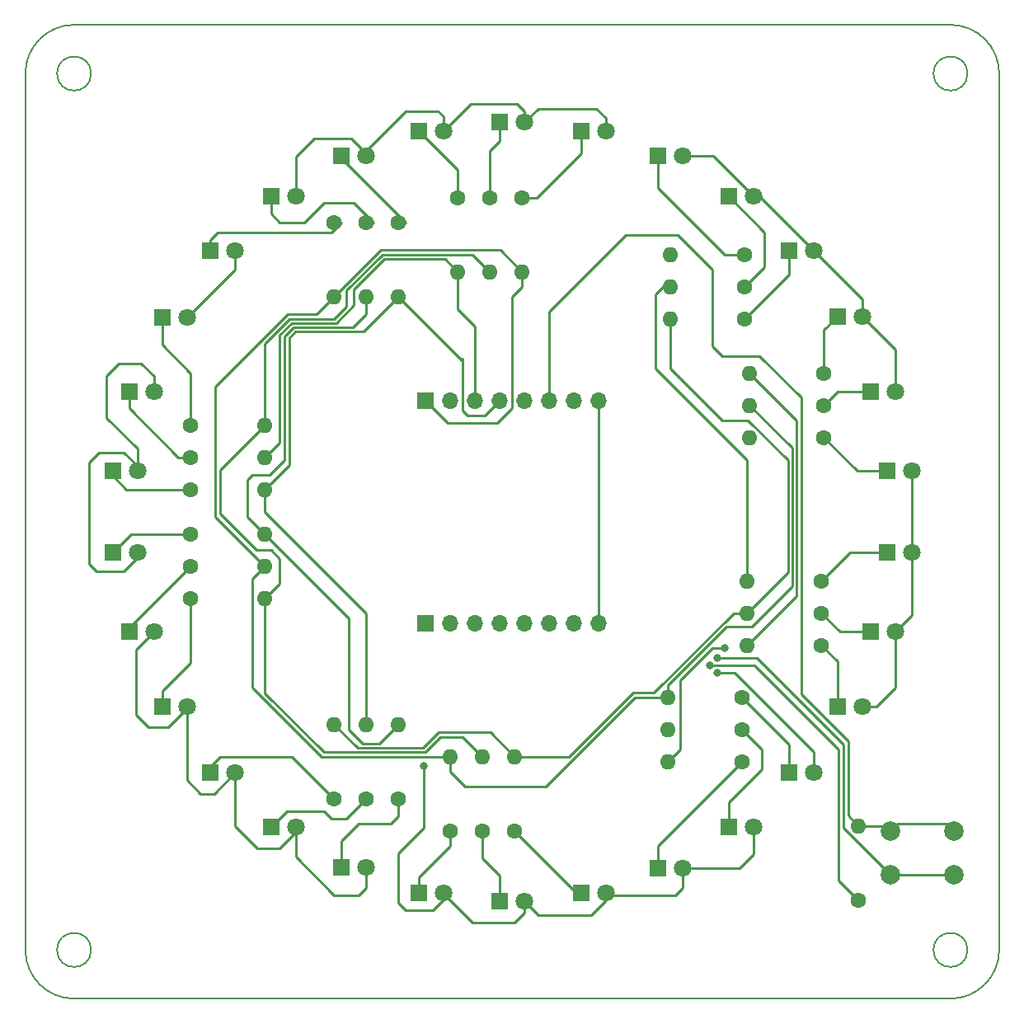
<source format=gbr>
%TF.GenerationSoftware,KiCad,Pcbnew,6.0.2+dfsg-1*%
%TF.CreationDate,2024-09-01T22:19:58+09:00*%
%TF.ProjectId,roulette,726f756c-6574-4746-952e-6b696361645f,A*%
%TF.SameCoordinates,Original*%
%TF.FileFunction,Copper,L2,Bot*%
%TF.FilePolarity,Positive*%
%FSLAX46Y46*%
G04 Gerber Fmt 4.6, Leading zero omitted, Abs format (unit mm)*
G04 Created by KiCad (PCBNEW 6.0.2+dfsg-1) date 2024-09-01 22:19:58*
%MOMM*%
%LPD*%
G01*
G04 APERTURE LIST*
%TA.AperFunction,Profile*%
%ADD10C,0.200000*%
%TD*%
%TA.AperFunction,ComponentPad*%
%ADD11C,1.600000*%
%TD*%
%TA.AperFunction,ComponentPad*%
%ADD12O,1.600000X1.600000*%
%TD*%
%TA.AperFunction,ComponentPad*%
%ADD13R,1.800000X1.800000*%
%TD*%
%TA.AperFunction,ComponentPad*%
%ADD14C,1.800000*%
%TD*%
%TA.AperFunction,ComponentPad*%
%ADD15C,2.000000*%
%TD*%
%TA.AperFunction,ComponentPad*%
%ADD16R,1.700000X1.700000*%
%TD*%
%TA.AperFunction,ComponentPad*%
%ADD17O,1.700000X1.700000*%
%TD*%
%TA.AperFunction,ViaPad*%
%ADD18C,0.800000*%
%TD*%
%TA.AperFunction,Conductor*%
%ADD19C,0.250000*%
%TD*%
G04 APERTURE END LIST*
D10*
X83750000Y-56600000D02*
G75*
G03*
X83750000Y-56600000I-1750000J0D01*
G01*
X172000000Y-51600000D02*
X82000000Y-51600000D01*
X82000000Y-51600000D02*
G75*
G03*
X77000000Y-56600000I0J-5000000D01*
G01*
X173750000Y-146600000D02*
G75*
G03*
X173750000Y-146600000I-1750000J0D01*
G01*
X172000000Y-151600000D02*
G75*
G03*
X177000000Y-146600000I0J5000000D01*
G01*
X177000000Y-146600000D02*
X177000000Y-56600000D01*
X83750000Y-146600000D02*
G75*
G03*
X83750000Y-146600000I-1750000J0D01*
G01*
X177000000Y-56600000D02*
G75*
G03*
X172000000Y-51600000I-5000000J0D01*
G01*
X173750000Y-56600000D02*
G75*
G03*
X173750000Y-56600000I-1750000J0D01*
G01*
X77000000Y-146600000D02*
X77000000Y-56600000D01*
X77000000Y-146600000D02*
G75*
G03*
X82000000Y-151600000I5000000J0D01*
G01*
X172000000Y-151600000D02*
X82000000Y-151600000D01*
D11*
%TO.P,R31,1*%
%TO.N,Net-(D30-Pad1)*%
X150876000Y-75184000D03*
D12*
%TO.P,R31,2*%
%TO.N,/efr32xg24_explorer_kit/PB04*%
X143256000Y-75184000D03*
%TD*%
D13*
%TO.P,D11,1,K*%
%TO.N,Net-(D11-Pad1)*%
X87680800Y-113944400D03*
D14*
%TO.P,D11,2,A*%
%TO.N,/efr32xg24_explorer_kit/PC00*%
X90220800Y-113944400D03*
%TD*%
D13*
%TO.P,D4,1,K*%
%TO.N,Net-(D4-Pad1)*%
X109474000Y-65074800D03*
D14*
%TO.P,D4,2,A*%
%TO.N,/efr32xg24_explorer_kit/PB00*%
X112014000Y-65074800D03*
%TD*%
D13*
%TO.P,D10,1,K*%
%TO.N,Net-(D10-Pad1)*%
X85953600Y-105765600D03*
D14*
%TO.P,D10,2,A*%
%TO.N,/efr32xg24_explorer_kit/PC08*%
X88493600Y-105765600D03*
%TD*%
D11*
%TO.P,R14,1*%
%TO.N,Net-(D13-Pad1)*%
X108712000Y-131064000D03*
D12*
%TO.P,R14,2*%
%TO.N,/efr32xg24_explorer_kit/PD05*%
X108712000Y-123444000D03*
%TD*%
D13*
%TO.P,D3,1,K*%
%TO.N,Net-(D3-Pad1)*%
X117398800Y-62484000D03*
D14*
%TO.P,D3,2,A*%
%TO.N,/efr32xg24_explorer_kit/PB00*%
X119938800Y-62484000D03*
%TD*%
D11*
%TO.P,R10,1*%
%TO.N,Net-(D9-Pad1)*%
X93980000Y-99314000D03*
D12*
%TO.P,R10,2*%
%TO.N,/efr32xg24_explorer_kit/PD04*%
X101600000Y-99314000D03*
%TD*%
D13*
%TO.P,D28,1,K*%
%TO.N,Net-(D28-Pad1)*%
X155448000Y-74828400D03*
D14*
%TO.P,D28,2,A*%
%TO.N,/efr32xg24_explorer_kit/PC03*%
X157988000Y-74828400D03*
%TD*%
D11*
%TO.P,R1,1*%
%TO.N,+3V3*%
X162560000Y-141478000D03*
D12*
%TO.P,R1,2*%
%TO.N,/efr32xg24_explorer_kit/PB05*%
X162560000Y-133858000D03*
%TD*%
D11*
%TO.P,R29,1*%
%TO.N,Net-(D28-Pad1)*%
X150876000Y-81788000D03*
D12*
%TO.P,R29,2*%
%TO.N,/efr32xg24_explorer_kit/PD05*%
X143256000Y-81788000D03*
%TD*%
D11*
%TO.P,R9,1*%
%TO.N,Net-(D8-Pad1)*%
X93980000Y-96012000D03*
D12*
%TO.P,R9,2*%
%TO.N,/efr32xg24_explorer_kit/PD05*%
X101600000Y-96012000D03*
%TD*%
D13*
%TO.P,D5,1,K*%
%TO.N,Net-(D5-Pad1)*%
X102209600Y-69240400D03*
D14*
%TO.P,D5,2,A*%
%TO.N,/efr32xg24_explorer_kit/PB00*%
X104749600Y-69240400D03*
%TD*%
D11*
%TO.P,R22,1*%
%TO.N,Net-(D21-Pad1)*%
X150622000Y-120650000D03*
D12*
%TO.P,R22,2*%
%TO.N,/efr32xg24_explorer_kit/PA00*%
X143002000Y-120650000D03*
%TD*%
D13*
%TO.P,D15,1,K*%
%TO.N,Net-(D15-Pad1)*%
X109474000Y-138125200D03*
D14*
%TO.P,D15,2,A*%
%TO.N,/efr32xg24_explorer_kit/PC00*%
X112014000Y-138125200D03*
%TD*%
D11*
%TO.P,R27,1*%
%TO.N,Net-(D26-Pad1)*%
X159004000Y-90678000D03*
D12*
%TO.P,R27,2*%
%TO.N,/efr32xg24_explorer_kit/PA00*%
X151384000Y-90678000D03*
%TD*%
D11*
%TO.P,R25,1*%
%TO.N,Net-(D24-Pad1)*%
X158750000Y-108712000D03*
D12*
%TO.P,R25,2*%
%TO.N,/efr32xg24_explorer_kit/PD04*%
X151130000Y-108712000D03*
%TD*%
D13*
%TO.P,D14,1,K*%
%TO.N,Net-(D14-Pad1)*%
X102209600Y-133959600D03*
D14*
%TO.P,D14,2,A*%
%TO.N,/efr32xg24_explorer_kit/PC00*%
X104749600Y-133959600D03*
%TD*%
D13*
%TO.P,D9,1,K*%
%TO.N,Net-(D9-Pad1)*%
X85953600Y-97434400D03*
D14*
%TO.P,D9,2,A*%
%TO.N,/efr32xg24_explorer_kit/PC08*%
X88493600Y-97434400D03*
%TD*%
D11*
%TO.P,R30,1*%
%TO.N,Net-(D29-Pad1)*%
X150876000Y-78486000D03*
D12*
%TO.P,R30,2*%
%TO.N,/efr32xg24_explorer_kit/PD04*%
X143256000Y-78486000D03*
%TD*%
D13*
%TO.P,D23,1,K*%
%TO.N,Net-(D23-Pad1)*%
X163779200Y-113944400D03*
D14*
%TO.P,D23,2,A*%
%TO.N,/efr32xg24_explorer_kit/PC02*%
X166319200Y-113944400D03*
%TD*%
D11*
%TO.P,R2,1*%
%TO.N,Net-(D1-Pad1)*%
X128016000Y-69342000D03*
D12*
%TO.P,R2,2*%
%TO.N,/efr32xg24_explorer_kit/PA00*%
X128016000Y-76962000D03*
%TD*%
D13*
%TO.P,D2,1,K*%
%TO.N,Net-(D2-Pad1)*%
X125730000Y-61595000D03*
D14*
%TO.P,D2,2,A*%
%TO.N,/efr32xg24_explorer_kit/PB00*%
X128270000Y-61595000D03*
%TD*%
D11*
%TO.P,R3,1*%
%TO.N,Net-(D2-Pad1)*%
X124714000Y-69342000D03*
D12*
%TO.P,R3,2*%
%TO.N,/efr32xg24_explorer_kit/PB01*%
X124714000Y-76962000D03*
%TD*%
D11*
%TO.P,R28,1*%
%TO.N,Net-(D27-Pad1)*%
X159004000Y-87376000D03*
D12*
%TO.P,R28,2*%
%TO.N,/efr32xg24_explorer_kit/PB01*%
X151384000Y-87376000D03*
%TD*%
D13*
%TO.P,D1,1,K*%
%TO.N,Net-(D1-Pad1)*%
X134056200Y-62484000D03*
D14*
%TO.P,D1,2,A*%
%TO.N,/efr32xg24_explorer_kit/PB00*%
X136596200Y-62484000D03*
%TD*%
D11*
%TO.P,R26,1*%
%TO.N,Net-(D25-Pad1)*%
X159004000Y-93980000D03*
D12*
%TO.P,R26,2*%
%TO.N,/efr32xg24_explorer_kit/PB04*%
X151384000Y-93980000D03*
%TD*%
D13*
%TO.P,D22,1,K*%
%TO.N,Net-(D22-Pad1)*%
X160375600Y-121615200D03*
D14*
%TO.P,D22,2,A*%
%TO.N,/efr32xg24_explorer_kit/PC02*%
X162915600Y-121615200D03*
%TD*%
D13*
%TO.P,D27,1,K*%
%TO.N,Net-(D27-Pad1)*%
X160375600Y-81584800D03*
D14*
%TO.P,D27,2,A*%
%TO.N,/efr32xg24_explorer_kit/PC03*%
X162915600Y-81584800D03*
%TD*%
D13*
%TO.P,D25,1,K*%
%TO.N,Net-(D25-Pad1)*%
X165506400Y-97434400D03*
D14*
%TO.P,D25,2,A*%
%TO.N,/efr32xg24_explorer_kit/PC02*%
X168046400Y-97434400D03*
%TD*%
D11*
%TO.P,R12,1*%
%TO.N,Net-(D11-Pad1)*%
X93980000Y-107188000D03*
D12*
%TO.P,R12,2*%
%TO.N,/efr32xg24_explorer_kit/PA00*%
X101600000Y-107188000D03*
%TD*%
D11*
%TO.P,R7,1*%
%TO.N,Net-(D6-Pad1)*%
X108712000Y-71882000D03*
D12*
%TO.P,R7,2*%
%TO.N,/efr32xg24_explorer_kit/PA00*%
X108712000Y-79502000D03*
%TD*%
D11*
%TO.P,R23,1*%
%TO.N,Net-(D22-Pad1)*%
X158750000Y-115316000D03*
D12*
%TO.P,R23,2*%
%TO.N,/efr32xg24_explorer_kit/PB01*%
X151130000Y-115316000D03*
%TD*%
D11*
%TO.P,R4,1*%
%TO.N,Net-(D3-Pad1)*%
X121412000Y-69342000D03*
D12*
%TO.P,R4,2*%
%TO.N,/efr32xg24_explorer_kit/PD05*%
X121412000Y-76962000D03*
%TD*%
D11*
%TO.P,R6,1*%
%TO.N,Net-(D5-Pad1)*%
X112014000Y-71882000D03*
D12*
%TO.P,R6,2*%
%TO.N,/efr32xg24_explorer_kit/PB04*%
X112014000Y-79502000D03*
%TD*%
D13*
%TO.P,D16,1,K*%
%TO.N,Net-(D16-Pad1)*%
X117398800Y-140716000D03*
D14*
%TO.P,D16,2,A*%
%TO.N,/efr32xg24_explorer_kit/PC01*%
X119938800Y-140716000D03*
%TD*%
D11*
%TO.P,R24,1*%
%TO.N,Net-(D23-Pad1)*%
X158750000Y-112014000D03*
D12*
%TO.P,R24,2*%
%TO.N,/efr32xg24_explorer_kit/PD05*%
X151130000Y-112014000D03*
%TD*%
D11*
%TO.P,R16,1*%
%TO.N,Net-(D15-Pad1)*%
X115316000Y-131064000D03*
D12*
%TO.P,R16,2*%
%TO.N,/efr32xg24_explorer_kit/PB04*%
X115316000Y-123444000D03*
%TD*%
D13*
%TO.P,D29,1,K*%
%TO.N,Net-(D29-Pad1)*%
X149250400Y-69240400D03*
D14*
%TO.P,D29,2,A*%
%TO.N,/efr32xg24_explorer_kit/PC03*%
X151790400Y-69240400D03*
%TD*%
D13*
%TO.P,D6,1,K*%
%TO.N,Net-(D6-Pad1)*%
X96012000Y-74828400D03*
D14*
%TO.P,D6,2,A*%
%TO.N,/efr32xg24_explorer_kit/PC08*%
X98552000Y-74828400D03*
%TD*%
D15*
%TO.P,SW1,1,1*%
%TO.N,/efr32xg24_explorer_kit/PB05*%
X172362000Y-134366000D03*
X165862000Y-134366000D03*
%TO.P,SW1,2,2*%
%TO.N,GND*%
X165862000Y-138866000D03*
X172362000Y-138866000D03*
%TD*%
D13*
%TO.P,D12,1,K*%
%TO.N,Net-(D12-Pad1)*%
X91084400Y-121615200D03*
D14*
%TO.P,D12,2,A*%
%TO.N,/efr32xg24_explorer_kit/PC00*%
X93624400Y-121615200D03*
%TD*%
D13*
%TO.P,D21,1,K*%
%TO.N,Net-(D21-Pad1)*%
X155448000Y-128371600D03*
D14*
%TO.P,D21,2,A*%
%TO.N,/efr32xg24_explorer_kit/PC02*%
X157988000Y-128371600D03*
%TD*%
D13*
%TO.P,D8,1,K*%
%TO.N,Net-(D8-Pad1)*%
X87680800Y-89255600D03*
D14*
%TO.P,D8,2,A*%
%TO.N,/efr32xg24_explorer_kit/PC08*%
X90220800Y-89255600D03*
%TD*%
D13*
%TO.P,D13,1,K*%
%TO.N,Net-(D13-Pad1)*%
X96012000Y-128371600D03*
D14*
%TO.P,D13,2,A*%
%TO.N,/efr32xg24_explorer_kit/PC00*%
X98552000Y-128371600D03*
%TD*%
D11*
%TO.P,R11,1*%
%TO.N,Net-(D10-Pad1)*%
X93980000Y-103886000D03*
D12*
%TO.P,R11,2*%
%TO.N,/efr32xg24_explorer_kit/PB04*%
X101600000Y-103886000D03*
%TD*%
D11*
%TO.P,R15,1*%
%TO.N,Net-(D14-Pad1)*%
X112014000Y-131064000D03*
D12*
%TO.P,R15,2*%
%TO.N,/efr32xg24_explorer_kit/PD04*%
X112014000Y-123444000D03*
%TD*%
D11*
%TO.P,R20,1*%
%TO.N,Net-(D19-Pad1)*%
X150622000Y-127254000D03*
D12*
%TO.P,R20,2*%
%TO.N,/efr32xg24_explorer_kit/PD04*%
X143002000Y-127254000D03*
%TD*%
D11*
%TO.P,R19,1*%
%TO.N,Net-(D18-Pad1)*%
X127254000Y-134366000D03*
D12*
%TO.P,R19,2*%
%TO.N,/efr32xg24_explorer_kit/PD05*%
X127254000Y-126746000D03*
%TD*%
D13*
%TO.P,D17,1,K*%
%TO.N,Net-(D17-Pad1)*%
X125730000Y-141579600D03*
D14*
%TO.P,D17,2,A*%
%TO.N,/efr32xg24_explorer_kit/PC01*%
X128270000Y-141579600D03*
%TD*%
D11*
%TO.P,R17,1*%
%TO.N,Net-(D16-Pad1)*%
X120650000Y-134366000D03*
D12*
%TO.P,R17,2*%
%TO.N,/efr32xg24_explorer_kit/PA00*%
X120650000Y-126746000D03*
%TD*%
D13*
%TO.P,D7,1,K*%
%TO.N,Net-(D7-Pad1)*%
X91084400Y-81635600D03*
D14*
%TO.P,D7,2,A*%
%TO.N,/efr32xg24_explorer_kit/PC08*%
X93624400Y-81635600D03*
%TD*%
D13*
%TO.P,D26,1,K*%
%TO.N,Net-(D26-Pad1)*%
X163779200Y-89255600D03*
D14*
%TO.P,D26,2,A*%
%TO.N,/efr32xg24_explorer_kit/PC03*%
X166319200Y-89255600D03*
%TD*%
D13*
%TO.P,D18,1,K*%
%TO.N,Net-(D18-Pad1)*%
X134061200Y-140716000D03*
D14*
%TO.P,D18,2,A*%
%TO.N,/efr32xg24_explorer_kit/PC01*%
X136601200Y-140716000D03*
%TD*%
D13*
%TO.P,D30,1,K*%
%TO.N,Net-(D30-Pad1)*%
X141986000Y-65074800D03*
D14*
%TO.P,D30,2,A*%
%TO.N,/efr32xg24_explorer_kit/PC03*%
X144526000Y-65074800D03*
%TD*%
D11*
%TO.P,R13,1*%
%TO.N,Net-(D12-Pad1)*%
X93980000Y-110490000D03*
D12*
%TO.P,R13,2*%
%TO.N,/efr32xg24_explorer_kit/PB01*%
X101600000Y-110490000D03*
%TD*%
D11*
%TO.P,R18,1*%
%TO.N,Net-(D17-Pad1)*%
X123952000Y-134366000D03*
D12*
%TO.P,R18,2*%
%TO.N,/efr32xg24_explorer_kit/PB01*%
X123952000Y-126746000D03*
%TD*%
D13*
%TO.P,D24,1,K*%
%TO.N,Net-(D24-Pad1)*%
X165506400Y-105765600D03*
D14*
%TO.P,D24,2,A*%
%TO.N,/efr32xg24_explorer_kit/PC02*%
X168046400Y-105765600D03*
%TD*%
D11*
%TO.P,R5,1*%
%TO.N,Net-(D4-Pad1)*%
X115316000Y-71882000D03*
D12*
%TO.P,R5,2*%
%TO.N,/efr32xg24_explorer_kit/PD04*%
X115316000Y-79502000D03*
%TD*%
D11*
%TO.P,R21,1*%
%TO.N,Net-(D20-Pad1)*%
X150622000Y-123952000D03*
D12*
%TO.P,R21,2*%
%TO.N,/efr32xg24_explorer_kit/PB04*%
X143002000Y-123952000D03*
%TD*%
D13*
%TO.P,D20,1,K*%
%TO.N,Net-(D20-Pad1)*%
X149250400Y-133959600D03*
D14*
%TO.P,D20,2,A*%
%TO.N,/efr32xg24_explorer_kit/PC01*%
X151790400Y-133959600D03*
%TD*%
D11*
%TO.P,R8,1*%
%TO.N,Net-(D7-Pad1)*%
X93980000Y-92710000D03*
D12*
%TO.P,R8,2*%
%TO.N,/efr32xg24_explorer_kit/PB01*%
X101600000Y-92710000D03*
%TD*%
D13*
%TO.P,D19,1,K*%
%TO.N,Net-(D19-Pad1)*%
X141986000Y-138176000D03*
D14*
%TO.P,D19,2,A*%
%TO.N,/efr32xg24_explorer_kit/PC01*%
X144526000Y-138176000D03*
%TD*%
D16*
%TO.P,J2,1,Pin_1*%
%TO.N,/efr32xg24_explorer_kit/PA00*%
X118110000Y-90170000D03*
D17*
%TO.P,J2,2,Pin_2*%
%TO.N,/efr32xg24_explorer_kit/PB01*%
X120650000Y-90170000D03*
%TO.P,J2,3,Pin_3*%
%TO.N,/efr32xg24_explorer_kit/PD05*%
X123190000Y-90170000D03*
%TO.P,J2,4,Pin_4*%
%TO.N,/efr32xg24_explorer_kit/PD04*%
X125730000Y-90170000D03*
%TO.P,J2,5,Pin_5*%
%TO.N,/efr32xg24_explorer_kit/PB04*%
X128270000Y-90170000D03*
%TO.P,J2,6,Pin_6*%
%TO.N,/efr32xg24_explorer_kit/PB05*%
X130810000Y-90170000D03*
%TO.P,J2,7,Pin_7*%
%TO.N,+5V*%
X133350000Y-90170000D03*
%TO.P,J2,8,Pin_8*%
%TO.N,GND*%
X135890000Y-90170000D03*
%TD*%
D16*
%TO.P,J1,1,Pin_1*%
%TO.N,/efr32xg24_explorer_kit/PB00*%
X118110000Y-113030000D03*
D17*
%TO.P,J1,2,Pin_2*%
%TO.N,/efr32xg24_explorer_kit/PC08*%
X120650000Y-113030000D03*
%TO.P,J1,3,Pin_3*%
%TO.N,/efr32xg24_explorer_kit/PC00*%
X123190000Y-113030000D03*
%TO.P,J1,4,Pin_4*%
%TO.N,/efr32xg24_explorer_kit/PC01*%
X125730000Y-113030000D03*
%TO.P,J1,5,Pin_5*%
%TO.N,/efr32xg24_explorer_kit/PC02*%
X128270000Y-113030000D03*
%TO.P,J1,6,Pin_6*%
%TO.N,/efr32xg24_explorer_kit/PC03*%
X130810000Y-113030000D03*
%TO.P,J1,7,Pin_7*%
%TO.N,+3V3*%
X133350000Y-113030000D03*
%TO.P,J1,8,Pin_8*%
%TO.N,GND*%
X135890000Y-113030000D03*
%TD*%
D18*
%TO.N,/efr32xg24_explorer_kit/PC01*%
X117924158Y-127693842D03*
%TO.N,/efr32xg24_explorer_kit/PC02*%
X148082000Y-118110000D03*
%TO.N,+3V3*%
X147320000Y-117348000D03*
%TO.N,GND*%
X148082000Y-116586000D03*
%TO.N,/efr32xg24_explorer_kit/PD04*%
X148844000Y-115570000D03*
%TD*%
D19*
%TO.N,/efr32xg24_explorer_kit/PA00*%
X120650000Y-126746000D02*
X107442000Y-126746000D01*
X100330000Y-119634000D02*
X100330000Y-108458000D01*
X107442000Y-126746000D02*
X100330000Y-119634000D01*
X100330000Y-108458000D02*
X101600000Y-107188000D01*
%TO.N,/efr32xg24_explorer_kit/PB01*%
X101600000Y-110490000D02*
X103124000Y-108966000D01*
X103124000Y-108966000D02*
X103124000Y-106426000D01*
X103124000Y-106426000D02*
X102235000Y-105537000D01*
X102235000Y-105537000D02*
X100711000Y-105537000D01*
X100711000Y-105537000D02*
X96969520Y-101795520D01*
X96969520Y-101795520D02*
X96969520Y-97340480D01*
X96969520Y-97340480D02*
X101600000Y-92710000D01*
%TO.N,/efr32xg24_explorer_kit/PB04*%
X110616282Y-82677718D02*
X104521718Y-82677718D01*
X104521718Y-82677718D02*
X103632000Y-83567436D01*
X103632000Y-83567436D02*
X103632000Y-96266000D01*
X103632000Y-96266000D02*
X102108000Y-97790000D01*
X100330000Y-97790000D02*
X99822000Y-98298000D01*
X102108000Y-97790000D02*
X100330000Y-97790000D01*
X99822000Y-98298000D02*
X99822000Y-102108000D01*
X99822000Y-102108000D02*
X101600000Y-103886000D01*
%TO.N,/efr32xg24_explorer_kit/PB01*%
X124714000Y-76962000D02*
X122936000Y-75184000D01*
X109982000Y-78866282D02*
X109982000Y-80518000D01*
X122936000Y-75184000D02*
X113664282Y-75184000D01*
X113664282Y-75184000D02*
X109982000Y-78866282D01*
X109982000Y-80518000D02*
X108721322Y-81778678D01*
X108721322Y-81778678D02*
X104149323Y-81778678D01*
X104149323Y-81778678D02*
X101600000Y-84328000D01*
X101600000Y-84328000D02*
X101600000Y-92710000D01*
%TO.N,/efr32xg24_explorer_kit/PD05*%
X101600000Y-96012000D02*
X103124000Y-94488000D01*
X103124000Y-94488000D02*
X103124000Y-83439718D01*
X103124000Y-83439718D02*
X104335520Y-82228198D01*
X110744000Y-80391718D02*
X110744000Y-78740000D01*
X110744000Y-78740000D02*
X113850480Y-75633520D01*
X104335520Y-82228198D02*
X108907520Y-82228198D01*
X108907520Y-82228198D02*
X110744000Y-80391718D01*
X113850480Y-75633520D02*
X120083520Y-75633520D01*
X120083520Y-75633520D02*
X121412000Y-76962000D01*
%TO.N,/efr32xg24_explorer_kit/PB05*%
X130810000Y-90170000D02*
X130810000Y-81026000D01*
X156659520Y-89857520D02*
X156659520Y-120348142D01*
X130810000Y-81026000D02*
X138684000Y-73152000D01*
X161485520Y-125174142D02*
X161485520Y-132783520D01*
X138684000Y-73152000D02*
X144018000Y-73152000D01*
X144018000Y-73152000D02*
X147574000Y-76708000D01*
X147574000Y-76708000D02*
X147574000Y-84582000D01*
X161485520Y-132783520D02*
X162560000Y-133858000D01*
X147574000Y-84582000D02*
X148590000Y-85598000D01*
X148590000Y-85598000D02*
X152400000Y-85598000D01*
X152400000Y-85598000D02*
X156659520Y-89857520D01*
X156659520Y-120348142D02*
X161485520Y-125174142D01*
%TO.N,Net-(D1-Pad1)*%
X128016000Y-69342000D02*
X129540000Y-69342000D01*
X129540000Y-69342000D02*
X134056200Y-64825800D01*
X134056200Y-64825800D02*
X134056200Y-62484000D01*
%TO.N,/efr32xg24_explorer_kit/PB00*%
X112014000Y-65074800D02*
X112014000Y-64770000D01*
X136596200Y-61158200D02*
X135636000Y-60198000D01*
X104749600Y-65176400D02*
X104749600Y-69240400D01*
X116078000Y-60452000D02*
X112014000Y-64516000D01*
X106680000Y-63246000D02*
X104749600Y-65176400D01*
X110490000Y-63246000D02*
X106680000Y-63246000D01*
X135636000Y-60198000D02*
X129667000Y-60198000D01*
X119938800Y-62484000D02*
X119938800Y-61010800D01*
X127508000Y-59690000D02*
X122732800Y-59690000D01*
X119380000Y-60452000D02*
X116078000Y-60452000D01*
X119938800Y-61010800D02*
X119380000Y-60452000D01*
X129667000Y-60198000D02*
X128270000Y-61595000D01*
X112014000Y-64516000D02*
X112014000Y-65074800D01*
X128270000Y-61595000D02*
X128270000Y-60452000D01*
X128270000Y-60452000D02*
X127508000Y-59690000D01*
X136596200Y-62484000D02*
X136596200Y-61158200D01*
X112014000Y-64770000D02*
X110490000Y-63246000D01*
X122732800Y-59690000D02*
X119938800Y-62484000D01*
%TO.N,Net-(D2-Pad1)*%
X124714000Y-64516000D02*
X125730000Y-63500000D01*
X125730000Y-63500000D02*
X125730000Y-61595000D01*
X124714000Y-69342000D02*
X124714000Y-64516000D01*
%TO.N,Net-(D3-Pad1)*%
X121412000Y-69342000D02*
X121412000Y-66497200D01*
X119380000Y-64465200D02*
X117398800Y-62484000D01*
X121412000Y-66497200D02*
X119380000Y-64465200D01*
%TO.N,Net-(D4-Pad1)*%
X116078000Y-71882000D02*
X109474000Y-65278000D01*
X109474000Y-65278000D02*
X109474000Y-65074800D01*
%TO.N,Net-(D5-Pad1)*%
X107696000Y-69850000D02*
X105664000Y-71882000D01*
X105664000Y-71882000D02*
X103124000Y-71882000D01*
X103124000Y-71882000D02*
X102209600Y-70967600D01*
X112776000Y-71882000D02*
X110744000Y-69850000D01*
X102209600Y-70967600D02*
X102209600Y-69240400D01*
X110744000Y-69850000D02*
X107696000Y-69850000D01*
%TO.N,Net-(D6-Pad1)*%
X108458000Y-72898000D02*
X96774000Y-72898000D01*
X96012000Y-73660000D02*
X96012000Y-74828400D01*
X96774000Y-72898000D02*
X96012000Y-73660000D01*
X109474000Y-71882000D02*
X108458000Y-72898000D01*
%TO.N,/efr32xg24_explorer_kit/PC08*%
X90220800Y-87680800D02*
X88900000Y-86360000D01*
X98552000Y-76708000D02*
X93624400Y-81635600D01*
X85344000Y-91948000D02*
X85344000Y-87630000D01*
X88493600Y-106324400D02*
X88493600Y-105765600D01*
X84582000Y-95504000D02*
X83566000Y-96520000D01*
X88493600Y-97434400D02*
X88493600Y-96875600D01*
X83566000Y-106934000D02*
X84328000Y-107696000D01*
X87122000Y-107696000D02*
X88493600Y-106324400D01*
X90220800Y-89255600D02*
X90220800Y-87680800D01*
X88493600Y-95097600D02*
X85344000Y-91948000D01*
X85344000Y-87630000D02*
X86614000Y-86360000D01*
X84328000Y-107696000D02*
X87122000Y-107696000D01*
X88493600Y-96875600D02*
X87122000Y-95504000D01*
X98552000Y-74828400D02*
X98552000Y-76708000D01*
X88493600Y-97434400D02*
X88493600Y-95097600D01*
X86614000Y-86360000D02*
X88900000Y-86360000D01*
X83566000Y-96520000D02*
X83566000Y-106934000D01*
X87122000Y-95504000D02*
X84582000Y-95504000D01*
%TO.N,Net-(D7-Pad1)*%
X91084400Y-84480400D02*
X93980000Y-87376000D01*
X93980000Y-87376000D02*
X93980000Y-92710000D01*
X91084400Y-81635600D02*
X91084400Y-84480400D01*
%TO.N,Net-(D8-Pad1)*%
X92710000Y-96012000D02*
X87680800Y-90982800D01*
X93980000Y-96012000D02*
X92710000Y-96012000D01*
X87680800Y-90982800D02*
X87680800Y-89255600D01*
%TO.N,Net-(D9-Pad1)*%
X85953600Y-97891600D02*
X85953600Y-97434400D01*
X87376000Y-99314000D02*
X85953600Y-97891600D01*
X93980000Y-99314000D02*
X87376000Y-99314000D01*
%TO.N,Net-(D10-Pad1)*%
X93980000Y-103886000D02*
X87833200Y-103886000D01*
X87833200Y-103886000D02*
X85953600Y-105765600D01*
%TO.N,Net-(D11-Pad1)*%
X87680800Y-113487200D02*
X87680800Y-113944400D01*
X93980000Y-107188000D02*
X87680800Y-113487200D01*
%TO.N,/efr32xg24_explorer_kit/PC00*%
X93624400Y-121767600D02*
X91694000Y-123698000D01*
X108712000Y-140970000D02*
X111252000Y-140970000D01*
X104749600Y-134518400D02*
X103124000Y-136144000D01*
X112014000Y-140208000D02*
X112014000Y-138125200D01*
X104749600Y-137007600D02*
X108712000Y-140970000D01*
X98552000Y-133858000D02*
X98552000Y-128371600D01*
X103124000Y-136144000D02*
X100838000Y-136144000D01*
X94996000Y-130556000D02*
X93624400Y-129184400D01*
X88392000Y-122428000D02*
X88392000Y-115773200D01*
X100838000Y-136144000D02*
X98552000Y-133858000D01*
X93624400Y-129184400D02*
X93624400Y-121615200D01*
X88392000Y-122428000D02*
X89662000Y-123698000D01*
X111252000Y-140970000D02*
X112014000Y-140208000D01*
X88392000Y-115773200D02*
X90220800Y-113944400D01*
X104749600Y-133959600D02*
X104749600Y-137007600D01*
X91694000Y-123698000D02*
X89662000Y-123698000D01*
X96367600Y-130556000D02*
X94996000Y-130556000D01*
X104749600Y-133959600D02*
X104749600Y-134518400D01*
X93624400Y-121615200D02*
X93624400Y-121767600D01*
X98552000Y-128371600D02*
X96367600Y-130556000D01*
%TO.N,Net-(D12-Pad1)*%
X91084400Y-119989600D02*
X91084400Y-121615200D01*
X93980000Y-117094000D02*
X91084400Y-119989600D01*
X93980000Y-110490000D02*
X93980000Y-117094000D01*
%TO.N,Net-(D13-Pad1)*%
X96012000Y-127762000D02*
X97028000Y-126746000D01*
X97028000Y-126746000D02*
X104394000Y-126746000D01*
X104394000Y-126746000D02*
X108712000Y-131064000D01*
X96012000Y-128371600D02*
X96012000Y-127762000D01*
%TO.N,Net-(D14-Pad1)*%
X107696000Y-132334000D02*
X103835200Y-132334000D01*
X109982000Y-133096000D02*
X108458000Y-133096000D01*
X112014000Y-131064000D02*
X109982000Y-133096000D01*
X103835200Y-132334000D02*
X102209600Y-133959600D01*
X108458000Y-133096000D02*
X107696000Y-132334000D01*
%TO.N,Net-(D15-Pad1)*%
X114554000Y-133604000D02*
X115316000Y-132842000D01*
X111252000Y-133604000D02*
X114554000Y-133604000D01*
X115316000Y-132842000D02*
X115316000Y-131064000D01*
X109474000Y-135382000D02*
X111252000Y-133604000D01*
X109474000Y-138125200D02*
X109474000Y-135382000D01*
%TO.N,Net-(D16-Pad1)*%
X117398800Y-140716000D02*
X117398800Y-139141200D01*
X120650000Y-135890000D02*
X120650000Y-134366000D01*
X117398800Y-139141200D02*
X120650000Y-135890000D01*
%TO.N,/efr32xg24_explorer_kit/PC01*%
X122936000Y-143764000D02*
X127254000Y-143764000D01*
X136855200Y-140970000D02*
X136601200Y-140716000D01*
X119938800Y-140716000D02*
X119938800Y-141427200D01*
X115316000Y-136652000D02*
X117924158Y-134043842D01*
X117924158Y-134043842D02*
X117924158Y-127693842D01*
X115316000Y-141732000D02*
X115316000Y-136652000D01*
X135128000Y-143002000D02*
X136601200Y-141528800D01*
X144526000Y-140208000D02*
X143764000Y-140970000D01*
X151790400Y-136753600D02*
X151790400Y-133959600D01*
X150368000Y-138176000D02*
X151790400Y-136753600D01*
X144526000Y-138176000D02*
X150368000Y-138176000D01*
X136601200Y-141528800D02*
X136601200Y-140716000D01*
X128270000Y-142748000D02*
X128270000Y-141579600D01*
X144526000Y-138176000D02*
X144526000Y-140208000D01*
X119938800Y-141427200D02*
X118872000Y-142494000D01*
X127254000Y-143764000D02*
X128270000Y-142748000D01*
X128270000Y-141579600D02*
X129692400Y-143002000D01*
X119888000Y-140716000D02*
X122936000Y-143764000D01*
X119938800Y-140716000D02*
X119888000Y-140716000D01*
X129692400Y-143002000D02*
X135128000Y-143002000D01*
X143764000Y-140970000D02*
X136855200Y-140970000D01*
X116078000Y-142494000D02*
X115316000Y-141732000D01*
X118872000Y-142494000D02*
X116078000Y-142494000D01*
%TO.N,Net-(D17-Pad1)*%
X125730000Y-138938000D02*
X123952000Y-137160000D01*
X123952000Y-137160000D02*
X123952000Y-134366000D01*
X125730000Y-141579600D02*
X125730000Y-138938000D01*
%TO.N,Net-(D18-Pad1)*%
X134061200Y-140716000D02*
X133604000Y-140716000D01*
X133604000Y-140716000D02*
X127254000Y-134366000D01*
%TO.N,Net-(D19-Pad1)*%
X141986000Y-138176000D02*
X141986000Y-135890000D01*
X141986000Y-135890000D02*
X150622000Y-127254000D01*
%TO.N,Net-(D20-Pad1)*%
X152654000Y-128016000D02*
X152654000Y-125984000D01*
X149250400Y-133959600D02*
X149250400Y-131419600D01*
X152654000Y-125984000D02*
X150622000Y-123952000D01*
X149250400Y-131419600D02*
X152654000Y-128016000D01*
%TO.N,Net-(D21-Pad1)*%
X155448000Y-128371600D02*
X155448000Y-125476000D01*
X155448000Y-125476000D02*
X150622000Y-120650000D01*
%TO.N,/efr32xg24_explorer_kit/PC02*%
X164388800Y-121615200D02*
X166319200Y-119684800D01*
X148082000Y-118110000D02*
X149860000Y-118110000D01*
X168046400Y-112217200D02*
X168046400Y-105765600D01*
X162915600Y-121615200D02*
X164388800Y-121615200D01*
X168046400Y-105765600D02*
X168046400Y-97434400D01*
X166319200Y-113944400D02*
X168046400Y-112217200D01*
X149860000Y-118110000D02*
X157988000Y-126238000D01*
X166319200Y-119684800D02*
X166319200Y-113944400D01*
X157988000Y-126238000D02*
X157988000Y-128371600D01*
%TO.N,Net-(D22-Pad1)*%
X160375600Y-121615200D02*
X160375600Y-116941600D01*
X160375600Y-116941600D02*
X158750000Y-115316000D01*
%TO.N,Net-(D23-Pad1)*%
X160680400Y-113944400D02*
X158750000Y-112014000D01*
X163779200Y-113944400D02*
X160680400Y-113944400D01*
%TO.N,Net-(D24-Pad1)*%
X161696400Y-105765600D02*
X158750000Y-108712000D01*
X165506400Y-105765600D02*
X161696400Y-105765600D01*
%TO.N,Net-(D25-Pad1)*%
X162458400Y-97434400D02*
X159004000Y-93980000D01*
X165506400Y-97434400D02*
X162458400Y-97434400D01*
%TO.N,Net-(D26-Pad1)*%
X163779200Y-89255600D02*
X160426400Y-89255600D01*
X160426400Y-89255600D02*
X159004000Y-90678000D01*
%TO.N,/efr32xg24_explorer_kit/PC03*%
X147624800Y-65074800D02*
X144526000Y-65074800D01*
X152400000Y-69240400D02*
X151790400Y-69240400D01*
X166319200Y-84988400D02*
X162915600Y-81584800D01*
X162915600Y-79756000D02*
X157988000Y-74828400D01*
X162915600Y-81584800D02*
X162915600Y-79756000D01*
X166319200Y-89255600D02*
X166319200Y-84988400D01*
X151790400Y-69240400D02*
X147624800Y-65074800D01*
X157988000Y-74828400D02*
X152400000Y-69240400D01*
%TO.N,Net-(D27-Pad1)*%
X159004000Y-82956400D02*
X160375600Y-81584800D01*
X159004000Y-87376000D02*
X159004000Y-82956400D01*
%TO.N,Net-(D28-Pad1)*%
X155448000Y-77216000D02*
X155448000Y-76708000D01*
X155448000Y-76708000D02*
X155448000Y-74828400D01*
X150876000Y-81788000D02*
X155448000Y-77216000D01*
%TO.N,Net-(D29-Pad1)*%
X152908000Y-76200000D02*
X152908000Y-72898000D01*
X150876000Y-78486000D02*
X152908000Y-76454000D01*
X152908000Y-72898000D02*
X149250400Y-69240400D01*
X152908000Y-76454000D02*
X152908000Y-76200000D01*
%TO.N,Net-(D30-Pad1)*%
X141986000Y-68326000D02*
X141986000Y-65074800D01*
X148844000Y-75184000D02*
X141986000Y-68326000D01*
X150876000Y-75184000D02*
X148844000Y-75184000D01*
%TO.N,+3V3*%
X147320000Y-117348000D02*
X151892000Y-117348000D01*
X160528000Y-125984000D02*
X160528000Y-139446000D01*
X160528000Y-139446000D02*
X162560000Y-141478000D01*
X151892000Y-117348000D02*
X160528000Y-125984000D01*
%TO.N,GND*%
X135890000Y-90170000D02*
X135890000Y-113030000D01*
X172362000Y-138866000D02*
X165862000Y-138866000D01*
X152146000Y-116586000D02*
X161036000Y-125476000D01*
X161036000Y-125476000D02*
X161036000Y-134040000D01*
X161036000Y-134040000D02*
X165862000Y-138866000D01*
X148082000Y-116586000D02*
X152146000Y-116586000D01*
%TO.N,/efr32xg24_explorer_kit/PA00*%
X127000000Y-90932000D02*
X125476000Y-92456000D01*
X148970282Y-113411718D02*
X143002000Y-119380000D01*
X120396000Y-92456000D02*
X118110000Y-90170000D01*
X151638000Y-113411718D02*
X148970282Y-113411718D01*
X96520000Y-88772282D02*
X96520000Y-102108000D01*
X106884842Y-81329158D02*
X106729158Y-81329158D01*
X122174000Y-129794000D02*
X130429718Y-129794000D01*
X130429718Y-129794000D02*
X139573718Y-120650000D01*
X113478084Y-74734480D02*
X125788480Y-74734480D01*
X155760480Y-109289238D02*
X151638000Y-113411718D01*
X128016000Y-78486000D02*
X127000000Y-79502000D01*
X103963124Y-81329158D02*
X96520000Y-88772282D01*
X128016000Y-76962000D02*
X128016000Y-78486000D01*
X155760480Y-95054480D02*
X155760480Y-109289238D01*
X120650000Y-128270000D02*
X122174000Y-129794000D01*
X108712000Y-79500564D02*
X113478084Y-74734480D01*
X125476000Y-92456000D02*
X120396000Y-92456000D01*
X151384000Y-90678000D02*
X155760480Y-95054480D01*
X96520000Y-102108000D02*
X101600000Y-107188000D01*
X125788480Y-74734480D02*
X128016000Y-76962000D01*
X108712000Y-79502000D02*
X108712000Y-79500564D01*
X120650000Y-126746000D02*
X120650000Y-128270000D01*
X143002000Y-119380000D02*
X143002000Y-120650000D01*
X139573718Y-120650000D02*
X143002000Y-120650000D01*
X108712000Y-79502000D02*
X106884842Y-81329158D01*
X127000000Y-79502000D02*
X127000000Y-90932000D01*
X106729158Y-81329158D02*
X103963124Y-81329158D01*
%TO.N,/efr32xg24_explorer_kit/PB01*%
X101600000Y-120268282D02*
X101600000Y-110490000D01*
X151130000Y-115316000D02*
X156210000Y-110236000D01*
X107628198Y-126296480D02*
X101600000Y-120268282D01*
X118051520Y-126296480D02*
X107628198Y-126296480D01*
X119634000Y-124714000D02*
X118051520Y-126296480D01*
X156210000Y-110236000D02*
X156210000Y-92202000D01*
X121920000Y-124714000D02*
X119634000Y-124714000D01*
X156210000Y-92202000D02*
X151384000Y-87376000D01*
X123952000Y-126746000D02*
X121920000Y-124714000D01*
%TO.N,/efr32xg24_explorer_kit/PD05*%
X155310960Y-96316660D02*
X155310960Y-107833040D01*
X121412000Y-80772000D02*
X123190000Y-82550000D01*
X119447803Y-124264480D02*
X124772480Y-124264480D01*
X108712000Y-123444000D02*
X111114960Y-125846960D01*
X151196300Y-92202000D02*
X155310960Y-96316660D01*
X123190000Y-82550000D02*
X123190000Y-90170000D01*
X141545803Y-120200480D02*
X149732283Y-112014000D01*
X139387521Y-120200480D02*
X141545803Y-120200480D01*
X124772480Y-124264480D02*
X127254000Y-126746000D01*
X121412000Y-76962000D02*
X121412000Y-80772000D01*
X143256000Y-81788000D02*
X143256000Y-86868000D01*
X111114960Y-125846960D02*
X117865322Y-125846960D01*
X155310960Y-107833040D02*
X151130000Y-112014000D01*
X149732283Y-112014000D02*
X151130000Y-112014000D01*
X148590000Y-92202000D02*
X151196300Y-92202000D01*
X143256000Y-86868000D02*
X148590000Y-92202000D01*
X117865322Y-125846960D02*
X119447803Y-124264480D01*
X127254000Y-126746000D02*
X132842000Y-126746000D01*
X132842000Y-126746000D02*
X139387521Y-120200480D01*
%TO.N,/efr32xg24_explorer_kit/PD04*%
X111690762Y-83127238D02*
X104707916Y-83127238D01*
X125730000Y-90170000D02*
X124206000Y-91694000D01*
X144272000Y-118872000D02*
X144272000Y-125984000D01*
X104081520Y-83753634D02*
X104081520Y-96832480D01*
X121666000Y-85852000D02*
X115316000Y-79502000D01*
X121920000Y-91186000D02*
X121920000Y-86360000D01*
X144272000Y-125984000D02*
X143002000Y-127254000D01*
X115316000Y-79502000D02*
X121920000Y-86106000D01*
X141732000Y-81534000D02*
X141732000Y-79248000D01*
X104081520Y-96832480D02*
X101600000Y-99314000D01*
X151130000Y-96266000D02*
X141732000Y-86868000D01*
X112014000Y-112014000D02*
X112014000Y-123444000D01*
X147574000Y-115570000D02*
X144272000Y-118872000D01*
X101600000Y-101600000D02*
X112014000Y-112014000D01*
X115316000Y-79502000D02*
X111690762Y-83127238D01*
X121920000Y-86106000D02*
X121920000Y-86360000D01*
X141732000Y-86868000D02*
X141732000Y-81788000D01*
X141732000Y-79248000D02*
X141732000Y-81788000D01*
X141732000Y-81788000D02*
X141732000Y-81534000D01*
X104707916Y-83127238D02*
X104081520Y-83753634D01*
X101600000Y-99314000D02*
X101600000Y-101600000D01*
X148844000Y-115570000D02*
X147574000Y-115570000D01*
X142494000Y-78486000D02*
X141732000Y-79248000D01*
X121920000Y-85852000D02*
X121666000Y-85852000D01*
X121920000Y-86360000D02*
X121920000Y-85852000D01*
X124206000Y-91694000D02*
X122428000Y-91694000D01*
X151130000Y-108712000D02*
X151130000Y-96266000D01*
X122428000Y-91694000D02*
X121920000Y-91186000D01*
X143256000Y-78486000D02*
X142494000Y-78486000D01*
%TO.N,/efr32xg24_explorer_kit/PB04*%
X113362560Y-125397440D02*
X115316000Y-123444000D01*
X111506718Y-81788718D02*
X110617717Y-82677718D01*
X111681440Y-125397440D02*
X113362560Y-125397440D01*
X112014000Y-81281436D02*
X112014000Y-79502000D01*
X110236000Y-112522000D02*
X110236000Y-123952000D01*
X110236000Y-123952000D02*
X111681440Y-125397440D01*
X112014000Y-79502000D02*
X112014000Y-81280000D01*
X112014000Y-81281436D02*
X111506718Y-81788718D01*
X112014000Y-81280000D02*
X110616282Y-82677718D01*
X110617717Y-82677718D02*
X110616282Y-82677718D01*
X101600000Y-103886000D02*
X110236000Y-112522000D01*
%TO.N,/efr32xg24_explorer_kit/PB05*%
X171600000Y-133604000D02*
X172362000Y-134366000D01*
X162560000Y-133858000D02*
X165354000Y-133858000D01*
X166624000Y-133604000D02*
X171600000Y-133604000D01*
X165354000Y-133858000D02*
X165862000Y-134366000D01*
X165862000Y-134366000D02*
X166624000Y-133604000D01*
%TD*%
M02*

</source>
